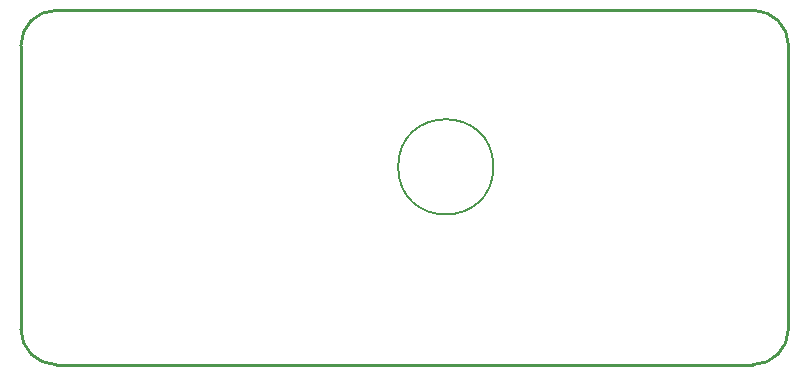
<source format=gbr>
G04 #@! TF.FileFunction,Drawing*
%FSLAX46Y46*%
G04 Gerber Fmt 4.6, Leading zero omitted, Abs format (unit mm)*
G04 Created by KiCad (PCBNEW 4.0.7) date 12/12/18 10:49:55*
%MOMM*%
%LPD*%
G01*
G04 APERTURE LIST*
%ADD10C,0.100000*%
%ADD11C,0.150000*%
%ADD12C,0.254000*%
G04 APERTURE END LIST*
D10*
D11*
X188513129Y-88265000D02*
G75*
G03X188513129Y-88265000I-4031129J0D01*
G01*
D12*
X151500840Y-105003600D02*
X155348940Y-105003600D01*
X155348940Y-105003600D02*
X162849560Y-105003600D01*
X162849560Y-105003600D02*
X210499960Y-105003600D01*
X213499700Y-102003860D02*
X213499700Y-78005940D01*
X210499960Y-75003660D02*
X151500840Y-75003660D01*
X148501100Y-78005940D02*
X148501100Y-102003860D01*
X185399680Y-105003600D02*
X186250580Y-105003600D01*
X186250580Y-105003600D02*
X193748660Y-105003600D01*
X198000620Y-105003600D02*
X198848980Y-105003600D01*
X198848980Y-105003600D02*
X206349600Y-105003600D01*
X148501100Y-102003860D02*
G75*
G03X151500840Y-105003600I2999740J0D01*
G01*
X210499960Y-105003600D02*
G75*
G03X213499700Y-102003860I0J2999740D01*
G01*
X213502240Y-78005940D02*
G75*
G03X210499960Y-75003660I-3002280J0D01*
G01*
X151500840Y-75006200D02*
G75*
G03X148501100Y-78005940I0J-2999740D01*
G01*
M02*

</source>
